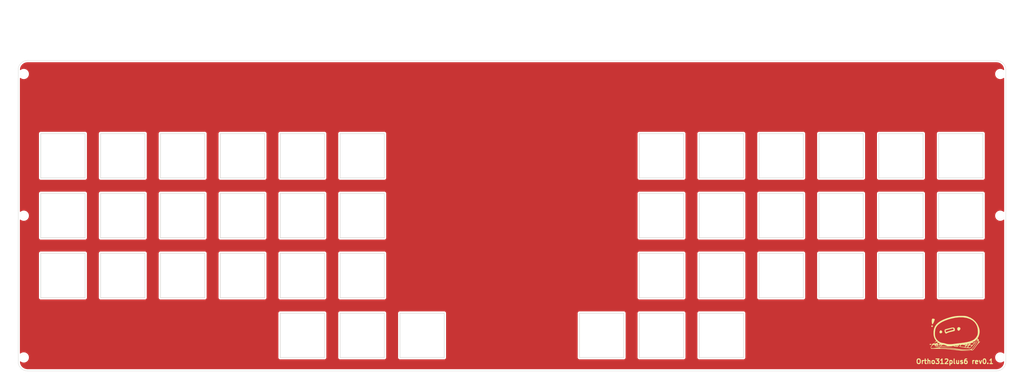
<source format=kicad_pcb>
(kicad_pcb (version 20171130) (host pcbnew "(5.1.10)-1")
  (layers (0 F.Cu signal hide) (31 B.Cu signal) (34 B.Paste user) (35 F.Paste user) (36 B.SilkS user) (37 F.SilkS user) (38 B.Mask user) (39 F.Mask user) (44 Edge.Cuts user))
  (net 0 "")
  (module logos:kuzumotchi_logo_mask_mini (layer F.Cu) (at 312.37 102.82)
    (fp_text reference G*** hide)
    (fp_text value LOGO hide)
    (fp_poly (pts (xy 1.521353 -0.646001) (xy 1.532622 -0.640095) (xy 1.737791 -0.447756) (xy 1.784878 -0.196902) (xy 1.671858 0.078449) (xy 1.581844 0.187332) (xy 1.35322 0.389026) (xy 1.174424 0.441774) (xy 1.004507 0.353718) (xy 0.959115 0.311156) (xy 0.792054 0.051334) (xy 0.759723 -0.218833) (xy 0.839306 -0.461498) (xy 1.007985 -0.638813) (xy 1.24294 -0.712929) (xy 1.521353 -0.646001)) (layer F.SilkS) (width 0.01))
    (fp_poly (pts (xy -4.330646 0.340891) (xy -4.173716 0.502611) (xy -4.042173 0.690512) (xy -3.991429 0.830894) (xy -4.06989 1.040724) (xy -4.261998 1.191562) (xy -4.502841 1.256553) (xy -4.727507 1.208844) (xy -4.789715 1.161143) (xy -4.890942 0.944344) (xy -4.850326 0.681596) (xy -4.71361 0.470676) (xy -4.559901 0.32883) (xy -4.457279 0.272143) (xy -4.330646 0.340891)) (layer F.SilkS) (width 0.01))
    (fp_poly (pts (xy -0.370157 -0.573941) (xy -0.137181 -0.414856) (xy -0.016018 -0.117219) (xy 0 0.08536) (xy -0.016046 0.323078) (xy -0.055935 0.47053) (xy -0.069525 0.485833) (xy -0.180857 0.521614) (xy -0.431664 0.586815) (xy -0.784202 0.672011) (xy -1.180775 0.763293) (xy -1.618512 0.872439) (xy -2.012153 0.989835) (xy -2.315025 1.100401) (xy -2.468292 1.17925) (xy -2.700564 1.324694) (xy -2.861351 1.330819) (xy -3.006721 1.187322) (xy -3.08528 1.065893) (xy -3.214148 0.765464) (xy -3.263476 0.453534) (xy -3.246446 0.308432) (xy -2.969385 0.308432) (xy -2.961443 0.402057) (xy -2.907007 0.582353) (xy -2.833899 0.77219) (xy -2.769945 0.89444) (xy -2.753407 0.907143) (xy -2.652049 0.87004) (xy -2.46746 0.781514) (xy -2.276392 0.704527) (xy -1.960583 0.599091) (xy -1.571076 0.481657) (xy -1.315358 0.410147) (xy -0.937129 0.306111) (xy -0.631039 0.218934) (xy -0.434928 0.159574) (xy -0.382998 0.140143) (xy -0.392829 0.048246) (xy -0.44672 -0.11805) (xy -0.535659 -0.351977) (xy -1.740019 -0.034275) (xy -2.179639 0.08296) (xy -2.551108 0.184426) (xy -2.821811 0.261029) (xy -2.959132 0.303678) (xy -2.969385 0.308432) (xy -3.246446 0.308432) (xy -3.232109 0.18628) (xy -3.118888 0.01988) (xy -3.106965 0.012979) (xy -2.954147 -0.042379) (xy -2.667338 -0.125584) (xy -2.289809 -0.22583) (xy -1.864833 -0.332312) (xy -1.435682 -0.434225) (xy -1.045627 -0.520763) (xy -0.737941 -0.581121) (xy -0.706497 -0.58644) (xy -0.370157 -0.573941)) (layer F.SilkS) (width 0.01))
    (fp_poly (pts (xy -6.821351 -3.393974) (xy -6.582929 -3.338452) (xy -6.427173 -3.278338) (xy -6.413641 -3.268459) (xy -6.40635 -3.154564) (xy -6.461226 -2.924926) (xy -6.560697 -2.626771) (xy -6.687192 -2.307321) (xy -6.823139 -2.013802) (xy -6.950965 -1.793436) (xy -6.974142 -1.762129) (xy -7.148221 -1.540824) (xy -7.248039 -1.827163) (xy -7.31345 -2.124764) (xy -7.342838 -2.492909) (xy -7.336001 -2.861941) (xy -7.292737 -3.162203) (xy -7.252244 -3.27487) (xy -7.153921 -3.390577) (xy -6.993314 -3.416816) (xy -6.821351 -3.393974)) (layer F.SilkS) (width 0.01))
    (fp_poly (pts (xy -7.068482 -1.201282) (xy -7.005859 -1.039659) (xy -7.076674 -0.860631) (xy -7.227782 -0.737123) (xy -7.365889 -0.783389) (xy -7.42903 -0.850288) (xy -7.491228 -1.034429) (xy -7.418663 -1.19903) (xy -7.244591 -1.27) (xy -7.068482 -1.201282)) (layer F.SilkS) (width 0.01))
    (fp_poly (pts (xy -7.493252 4.667678) (xy -7.438572 4.7625) (xy -7.514758 4.8515) (xy -7.690191 4.899651) (xy -7.885181 4.896077) (xy -8.01063 4.840561) (xy -8.038194 4.733802) (xy -7.918201 4.654584) (xy -7.705361 4.626428) (xy -7.493252 4.667678)) (layer F.SilkS) (width 0.01))
    (fp_poly (pts (xy 2.514101 -4.295669) (xy 2.938412 -4.285454) (xy 3.265257 -4.262727) (xy 3.536603 -4.222819) (xy 3.794417 -4.161058) (xy 4.080667 -4.072776) (xy 4.134612 -4.054982) (xy 5.053197 -3.66324) (xy 5.867387 -3.137317) (xy 6.561706 -2.490431) (xy 7.120672 -1.735798) (xy 7.351122 -1.308515) (xy 7.60939 -0.722328) (xy 7.774923 -0.222644) (xy 7.863268 0.24961) (xy 7.889925 0.738837) (xy 7.854059 1.175989) (xy 7.75518 1.658991) (xy 7.611468 2.124311) (xy 7.441104 2.508419) (xy 7.337735 2.668335) (xy 7.218296 2.83549) (xy 7.176218 2.926546) (xy 7.178765 2.930313) (xy 7.421864 3.076885) (xy 7.544686 3.209588) (xy 7.593622 3.386235) (xy 7.600817 3.456291) (xy 7.636641 3.762555) (xy 7.690111 3.916342) (xy 7.780084 3.946599) (xy 7.890796 3.901434) (xy 8.023881 3.840049) (xy 8.055115 3.858056) (xy 7.976507 3.967536) (xy 7.780068 4.18057) (xy 7.551106 4.415064) (xy 7.259789 4.736681) (xy 6.928759 5.143156) (xy 6.613637 5.564986) (xy 6.502347 5.725644) (xy 6.256379 6.068326) (xy 6.018085 6.361243) (xy 5.821026 6.564977) (xy 5.732133 6.630315) (xy 5.568095 6.668394) (xy 5.256486 6.702384) (xy 4.831137 6.731344) (xy 4.325877 6.754336) (xy 3.774537 6.770418) (xy 3.210947 6.77865) (xy 2.668938 6.778094) (xy 2.182339 6.767808) (xy 1.784982 6.746853) (xy 1.723571 6.741697) (xy 1.521748 6.720941) (xy 1.169503 6.682063) (xy 0.696565 6.628454) (xy 0.132659 6.56351) (xy -0.492486 6.49062) (xy -0.997858 6.431101) (xy -1.810587 6.338069) (xy -2.494661 6.268425) (xy -3.100911 6.219072) (xy -3.680168 6.186914) (xy -4.28326 6.168853) (xy -4.96102 6.161794) (xy -5.422792 6.161548) (xy -7.534511 6.16564) (xy -7.636152 5.942563) (xy -7.675542 5.809054) (xy -7.62 5.809054) (xy -7.535156 5.916726) (xy -7.289273 5.97283) (xy -6.895323 5.977136) (xy -6.707276 5.960174) (xy -5.386218 5.960174) (xy -5.261429 5.972819) (xy -5.132648 5.958563) (xy -5.148036 5.927064) (xy -5.33376 5.915083) (xy -5.374822 5.927064) (xy -5.386218 5.960174) (xy -6.707276 5.960174) (xy -6.366281 5.929416) (xy -6.058349 5.882944) (xy -4.770834 5.882944) (xy -4.644209 5.939031) (xy -4.360961 5.97478) (xy -3.951343 5.987143) (xy -3.647154 5.998496) (xy -3.198519 6.030377) (xy -2.640849 6.079514) (xy -2.00956 6.142637) (xy -1.340065 6.216474) (xy -0.895089 6.269412) (xy -0.140174 6.355515) (xy 0.673675 6.437172) (xy 1.491838 6.50966) (xy 2.259692 6.568256) (xy 2.922616 6.60824) (xy 3.129642 6.617344) (xy 3.683199 6.638804) (xy 4.184794 6.658946) (xy 4.602092 6.676418) (xy 4.90276 6.689864) (xy 5.054463 6.697931) (xy 5.054474 6.697931) (xy 5.202725 6.671181) (xy 5.210357 6.594606) (xy 5.153281 6.552323) (xy 5.00596 6.520355) (xy 4.749158 6.497432) (xy 4.363636 6.482288) (xy 3.830157 6.473653) (xy 3.330882 6.470716) (xy 2.638542 6.465259) (xy 2.071078 6.450561) (xy 1.571997 6.421994) (xy 1.084806 6.374927) (xy 0.553011 6.304734) (xy -0.079882 6.206785) (xy -0.272143 6.175517) (xy -0.888552 6.082714) (xy -1.530495 6.000376) (xy -2.174354 5.930037) (xy -2.796508 5.873234) (xy -3.373335 5.831503) (xy -3.881216 5.806381) (xy -4.29653 5.799403) (xy -4.595657 5.812106) (xy -4.754976 5.846025) (xy -4.770834 5.882944) (xy -6.058349 5.882944) (xy -5.783077 5.841401) (xy -5.067585 5.756757) (xy -4.210382 5.722164) (xy -3.24378 5.736364) (xy -2.20009 5.7981) (xy -1.111623 5.906116) (xy -0.010691 6.059153) (xy 0.045357 6.068168) (xy 0.732211 6.175134) (xy 1.301914 6.251379) (xy 1.815196 6.301876) (xy 2.332789 6.3316) (xy 2.915422 6.345525) (xy 3.469821 6.348632) (xy 4.161923 6.344161) (xy 4.673659 6.329462) (xy 5.005805 6.30449) (xy 5.159138 6.269204) (xy 5.170714 6.253932) (xy 5.221021 6.194366) (xy 5.245811 6.204276) (xy 5.347755 6.165223) (xy 5.529413 5.989646) (xy 5.775852 5.695804) (xy 6.072137 5.301957) (xy 6.403335 4.826367) (xy 6.536558 4.625998) (xy 6.763858 4.289027) (xy 6.964174 4.008761) (xy 7.111452 3.820737) (xy 7.169468 3.762764) (xy 7.229123 3.732527) (xy 7.244448 3.751644) (xy 7.204338 3.840016) (xy 7.097688 4.017544) (xy 6.913393 4.304131) (xy 6.640349 4.719679) (xy 6.609099 4.767027) (xy 6.338373 5.163554) (xy 6.066641 5.538383) (xy 5.828419 5.845132) (xy 5.679706 6.015999) (xy 5.491942 6.234209) (xy 5.37344 6.419737) (xy 5.352142 6.490051) (xy 5.407382 6.566588) (xy 5.549493 6.531854) (xy 5.743065 6.408604) (xy 5.952689 6.219594) (xy 6.142952 5.987581) (xy 6.149882 5.977398) (xy 6.312505 5.743293) (xy 6.545172 5.417018) (xy 6.809632 5.051969) (xy 6.94872 4.862236) (xy 7.205524 4.503713) (xy 7.365467 4.248784) (xy 7.446571 4.060623) (xy 7.466855 3.902402) (xy 7.459231 3.818927) (xy 7.402466 3.627411) (xy 7.321188 3.563307) (xy 7.314083 3.565318) (xy 7.152818 3.620265) (xy 6.985 3.673536) (xy 6.830274 3.715433) (xy 6.821316 3.678682) (xy 6.931023 3.549913) (xy 7.099429 3.407601) (xy 7.231198 3.356428) (xy 7.313774 3.308593) (xy 7.3025 3.265714) (xy 7.157834 3.17608) (xy 6.948337 3.230001) (xy 6.704983 3.416962) (xy 6.634311 3.4925) (xy 6.453257 3.681332) (xy 6.314799 3.795032) (xy 6.278255 3.81) (xy 6.154665 3.846762) (xy 5.938373 3.938802) (xy 5.853887 3.978822) (xy 5.506807 4.147645) (xy 5.859687 4.213845) (xy 6.095571 4.242231) (xy 6.254056 4.193002) (xy 6.416998 4.034471) (xy 6.462713 3.980414) (xy 6.611432 3.826593) (xy 6.701024 3.780859) (xy 6.712857 3.804084) (xy 6.647879 3.960359) (xy 6.458612 4.229661) (xy 6.153557 4.601391) (xy 5.741215 5.064951) (xy 5.451315 5.376953) (xy 5.175674 5.665244) (xy 4.984166 5.843523) (xy 4.837899 5.935122) (xy 4.69798 5.963375) (xy 4.525517 5.951613) (xy 4.498815 5.948379) (xy 4.274795 5.921335) (xy 3.914572 5.878393) (xy 3.46214 5.824774) (xy 2.961492 5.765702) (xy 2.789464 5.745462) (xy 2.247006 5.675097) (xy 1.831983 5.607388) (xy 1.561533 5.545639) (xy 1.452796 5.493154) (xy 1.451428 5.48749) (xy 1.470987 5.431139) (xy 1.628846 5.431139) (xy 2.061744 5.48812) (xy 2.347893 5.528016) (xy 2.571361 5.563072) (xy 2.630714 5.57417) (xy 2.990542 5.614465) (xy 3.066645 5.596267) (xy 3.447142 5.596267) (xy 3.515898 5.69923) (xy 3.681682 5.721493) (xy 3.756826 5.703078) (xy 4.178172 5.703078) (xy 4.379621 5.742042) (xy 4.676815 5.782416) (xy 4.874216 5.745269) (xy 5.044726 5.608704) (xy 5.124222 5.518376) (xy 5.265726 5.325039) (xy 5.275523 5.20232) (xy 5.136796 5.116846) (xy 4.887211 5.047997) (xy 4.724027 5.035252) (xy 4.591402 5.112615) (xy 4.435943 5.31383) (xy 4.413619 5.347294) (xy 4.178172 5.703078) (xy 3.756826 5.703078) (xy 3.883774 5.671968) (xy 4.061453 5.559571) (xy 4.112346 5.498609) (xy 4.197443 5.348303) (xy 4.162686 5.275553) (xy 3.979458 5.227292) (xy 3.964414 5.224276) (xy 3.68785 5.237413) (xy 3.503597 5.383268) (xy 3.447142 5.596267) (xy 3.066645 5.596267) (xy 3.223186 5.558835) (xy 3.300549 5.465536) (xy 3.375105 5.273469) (xy 3.405506 5.205084) (xy 3.357969 5.125874) (xy 3.176402 5.042444) (xy 2.907364 4.967995) (xy 2.896903 4.966231) (xy 3.716784 4.966231) (xy 3.801106 5.056641) (xy 3.96875 5.10574) (xy 4.173802 5.138148) (xy 4.280896 5.157122) (xy 4.380048 5.107156) (xy 4.397522 5.083431) (xy 4.356514 5.012499) (xy 4.204556 4.935672) (xy 4.009712 4.876548) (xy 3.840049 4.858723) (xy 3.787321 4.871885) (xy 3.716784 4.966231) (xy 2.896903 4.966231) (xy 2.597414 4.915731) (xy 2.324578 4.898571) (xy 2.060561 4.941365) (xy 1.866398 5.101336) (xy 1.818457 5.164855) (xy 1.628846 5.431139) (xy 1.470987 5.431139) (xy 1.501979 5.341849) (xy 1.584614 5.210731) (xy 1.703366 5.016812) (xy 1.67759 4.923172) (xy 1.501027 4.912623) (xy 1.476994 4.915224) (xy 1.28236 4.984374) (xy 1.168637 5.168194) (xy 1.146371 5.23875) (xy 1.096037 5.38741) (xy 1.023787 5.479577) (xy 0.894162 5.523296) (xy 0.6717 5.526614) (xy 0.320941 5.49758) (xy 0.104021 5.475291) (xy -0.220821 5.429289) (xy -0.396605 5.369167) (xy -0.455685 5.283144) (xy -0.456457 5.271184) (xy -0.463097 5.225777) (xy -0.272143 5.225777) (xy -0.198068 5.257488) (xy -0.136072 5.261428) (xy -0.07494 5.237392) (xy 0.123902 5.237392) (xy 0.153656 5.294133) (xy 0.297874 5.353095) (xy 0.423927 5.298879) (xy 0.442719 5.246383) (xy 0.563965 5.246383) (xy 0.59338 5.334341) (xy 0.731183 5.337097) (xy 0.910257 5.266141) (xy 0.978177 5.185759) (xy 0.948762 5.097801) (xy 0.810959 5.095045) (xy 0.631884 5.166002) (xy 0.563965 5.246383) (xy 0.442719 5.246383) (xy 0.453571 5.216071) (xy 0.383701 5.095743) (xy 0.322853 5.08) (xy 0.174372 5.130219) (xy 0.123902 5.237392) (xy -0.07494 5.237392) (xy -0.01533 5.213955) (xy 0 5.173561) (xy -0.066495 5.123649) (xy -0.136072 5.137909) (xy -0.255431 5.202297) (xy -0.272143 5.225777) (xy -0.463097 5.225777) (xy -0.470835 5.172874) (xy -0.534577 5.224574) (xy -0.56985 5.269731) (xy -0.634789 5.32123) (xy -0.756441 5.360924) (xy -0.95863 5.391114) (xy -1.265178 5.414098) (xy -1.699907 5.432177) (xy -2.286639 5.447651) (xy -2.449286 5.45116) (xy -3.411235 5.468696) (xy -4.206292 5.477086) (xy -4.84878 5.475999) (xy -5.353023 5.465102) (xy -5.733343 5.444065) (xy -6.004063 5.412554) (xy -6.179505 5.370239) (xy -6.194901 5.364394) (xy -6.364898 5.2749) (xy -6.389931 5.170607) (xy -6.350459 5.080857) (xy -6.34436 5.065426) (xy -6.118204 5.065426) (xy -6.060767 5.186702) (xy -5.876942 5.254267) (xy -5.788674 5.190238) (xy -5.772434 5.165937) (xy -5.566695 5.165937) (xy -5.514908 5.277348) (xy -5.294294 5.337445) (xy -5.027778 5.350754) (xy -4.993549 5.346409) (xy -4.490358 5.346409) (xy -3.409346 5.349276) (xy -2.995114 5.347472) (xy -2.660739 5.340449) (xy -2.439776 5.329319) (xy -2.365784 5.315189) (xy -2.366131 5.314783) (xy -2.464935 5.264925) (xy -2.581796 5.216071) (xy -0.816429 5.216071) (xy -0.771072 5.261428) (xy -0.725715 5.216071) (xy -0.771072 5.170714) (xy -0.816429 5.216071) (xy -2.581796 5.216071) (xy -2.682017 5.174174) (xy -2.902858 5.088043) (xy -3.38284 4.940146) (xy -3.757213 4.909901) (xy -4.059202 4.998166) (xy -4.235835 5.12249) (xy -4.490358 5.346409) (xy -4.993549 5.346409) (xy -4.716613 5.311256) (xy -4.487199 5.167919) (xy -4.445 5.125357) (xy -4.231946 4.898571) (xy -4.505842 4.898571) (xy -4.780962 4.964218) (xy -4.944432 5.080556) (xy -5.079058 5.198942) (xy -5.154483 5.217184) (xy -5.134986 5.125808) (xy -5.035147 4.989842) (xy -4.926378 4.858184) (xy -4.94947 4.812871) (xy -5.065941 4.807857) (xy -5.271361 4.869816) (xy -5.453565 4.999993) (xy -5.566695 5.165937) (xy -5.772434 5.165937) (xy -5.715 5.08) (xy -5.666767 4.945307) (xy -5.752865 4.901318) (xy -5.838175 4.898571) (xy -6.041892 4.949984) (xy -6.118204 5.065426) (xy -6.34436 5.065426) (xy -6.304498 4.964582) (xy -6.358611 4.912289) (xy -6.549279 4.898822) (xy -6.614796 4.898571) (xy -6.83523 4.914745) (xy -6.999477 4.987547) (xy -7.166636 5.153397) (xy -7.298345 5.31983) (xy -7.471706 5.557663) (xy -7.588486 5.738528) (xy -7.62 5.809054) (xy -7.675542 5.809054) (xy -7.682625 5.785049) (xy -7.64999 5.625407) (xy -7.522024 5.402172) (xy -7.47492 5.331707) (xy -7.322291 5.072662) (xy -7.227387 4.846352) (xy -7.212169 4.763869) (xy 3.048942 4.763869) (xy 3.129642 4.807857) (xy 3.372089 4.880245) (xy 3.556546 4.879726) (xy 3.585886 4.850449) (xy 4.826133 4.850449) (xy 4.932678 4.89619) (xy 5.011964 4.89996) (xy 5.239337 4.938492) (xy 5.351875 4.987201) (xy 5.475387 5.00374) (xy 5.647786 4.90312) (xy 5.833058 4.736347) (xy 6.178437 4.399643) (xy 5.697254 4.335312) (xy 5.409761 4.305195) (xy 5.235046 4.324292) (xy 5.107262 4.410048) (xy 5.012414 4.51674) (xy 4.852701 4.73246) (xy 4.826133 4.850449) (xy 3.585886 4.850449) (xy 3.628571 4.807857) (xy 3.548537 4.751068) (xy 3.350054 4.723866) (xy 3.288392 4.723519) (xy 3.086622 4.734803) (xy 3.048942 4.763869) (xy -7.212169 4.763869) (xy -7.211916 4.7625) (xy -7.142527 4.605427) (xy -6.985 4.550122) (xy -6.73282 4.465652) (xy -6.57835 4.368693) (xy -6.455575 4.26971) (xy -6.459102 4.294456) (xy -6.532992 4.391964) (xy -6.601313 4.493062) (xy -6.57741 4.535765) (xy -6.429489 4.531565) (xy -6.35824 4.522469) (xy -5.578168 4.522469) (xy -5.465325 4.632015) (xy -5.273877 4.705501) (xy -5.159607 4.717143) (xy -4.965428 4.68587) (xy -4.90012 4.571246) (xy -4.898572 4.535714) (xy -4.936214 4.408262) (xy -5.081105 4.358786) (xy -5.200953 4.354286) (xy -5.424829 4.370657) (xy -5.558938 4.410423) (xy -5.563023 4.413975) (xy -5.578168 4.522469) (xy -6.35824 4.522469) (xy -6.220559 4.504892) (xy -5.883236 4.424029) (xy -5.615552 4.295351) (xy -5.52228 4.203095) (xy -5.231191 4.203095) (xy -5.218739 4.257025) (xy -5.170715 4.263571) (xy -5.096047 4.23038) (xy -5.110239 4.203095) (xy -5.217895 4.192238) (xy -5.231191 4.203095) (xy -5.52228 4.203095) (xy -5.462451 4.143919) (xy -5.442858 4.071275) (xy -5.513468 3.976711) (xy -5.635167 3.894891) (xy -5.797149 3.844901) (xy -5.965541 3.901975) (xy -6.09587 3.990401) (xy -6.281206 4.108383) (xy -6.398732 4.148202) (xy -6.40962 4.143476) (xy -6.37458 4.066988) (xy -6.230954 3.933854) (xy -6.181071 3.895611) (xy -5.907165 3.693104) (xy -6.125861 3.406379) (xy -6.4842 2.803991) (xy -6.702178 2.112057) (xy -6.779305 1.504216) (xy -6.777805 1.352814) (xy -6.340509 1.352814) (xy -6.310357 1.936782) (xy -6.229395 2.364154) (xy -5.994135 2.896284) (xy -5.62856 3.386178) (xy -5.169413 3.803072) (xy -4.65344 4.116207) (xy -4.117387 4.294819) (xy -3.890014 4.322595) (xy -3.499746 4.373426) (xy -3.097019 4.471734) (xy -2.935737 4.528276) (xy -2.515445 4.640974) (xy -1.96358 4.701913) (xy -1.322916 4.709522) (xy -0.649255 4.66313) (xy 3.937706 4.66313) (xy 4.042807 4.726415) (xy 4.274682 4.787043) (xy 4.486411 4.796387) (xy 4.613623 4.754675) (xy 4.626428 4.72435) (xy 4.548447 4.645888) (xy 4.365407 4.585685) (xy 4.153658 4.559537) (xy 3.989552 4.583238) (xy 3.976984 4.589998) (xy 3.937706 4.66313) (xy -0.649255 4.66313) (xy -0.636229 4.662233) (xy -0.331824 4.623817) (xy -0.031511 4.583363) (xy 0.404041 4.528589) (xy 0.512627 4.51545) (xy 4.541419 4.51545) (xy 4.623124 4.534018) (xy 4.643753 4.534325) (xy 4.807775 4.4881) (xy 4.853214 4.445) (xy 4.860534 4.364865) (xy 4.752365 4.378184) (xy 4.626428 4.445) (xy 4.541419 4.51545) (xy 0.512627 4.51545) (xy 0.929727 4.464981) (xy 1.500443 4.398023) (xy 1.905513 4.351765) (xy 3.004439 4.208998) (xy 3.939074 4.043638) (xy 4.725887 3.848652) (xy 5.381347 3.617007) (xy 5.921924 3.34167) (xy 6.364085 3.015608) (xy 6.724302 2.631787) (xy 7.019042 2.183175) (xy 7.02992 2.163386) (xy 7.166095 1.886587) (xy 7.251719 1.62301) (xy 7.301549 1.30872) (xy 7.330346 0.879785) (xy 7.331343 0.857696) (xy 7.292733 -0.065753) (xy 7.095121 -0.906163) (xy 6.744379 -1.656202) (xy 6.246381 -2.308538) (xy 5.607003 -2.855839) (xy 4.832117 -3.290774) (xy 3.927598 -3.606011) (xy 3.713179 -3.658257) (xy 2.597499 -3.824578) (xy 1.398916 -3.836712) (xy 0.114311 -3.69439) (xy -1.259438 -3.397343) (xy -2.086429 -3.157788) (xy -3.153389 -2.774227) (xy -4.071908 -2.34308) (xy -4.8354 -1.868905) (xy -5.437278 -1.356261) (xy -5.870956 -0.809709) (xy -6.076038 -0.39595) (xy -6.219679 0.120396) (xy -6.30906 0.725334) (xy -6.340509 1.352814) (xy -6.777805 1.352814) (xy -6.770557 0.621503) (xy -6.627633 -0.173648) (xy -6.344521 -0.888171) (xy -5.915207 -1.529005) (xy -5.333675 -2.103084) (xy -4.593914 -2.617345) (xy -3.689908 -3.078723) (xy -2.615644 -3.494157) (xy -2.377075 -3.573232) (xy -1.488582 -3.844342) (xy -0.707389 -4.042847) (xy 0.021169 -4.177902) (xy 0.751755 -4.258664) (xy 1.53903 -4.294288) (xy 1.950357 -4.298043) (xy 2.514101 -4.295669)) (layer F.SilkS) (width 0.01))
  )
  (module kbd_SW_Hole:SW_Hole_1 (layer F.Cu) (at 276.175 85.675)
    (fp_text reference SW36 hide)
    (fp_text value KEY_SWITCH hide)
    (fp_line (start -7.05 7.05) (end -7.05 -7.05) (layer Edge.Cuts) (width 0.15))
    (fp_line (start 7.05 7.05) (end -7.05 7.05) (layer Edge.Cuts) (width 0.15))
    (fp_line (start 7.05 -7.05) (end 7.05 7.05) (layer Edge.Cuts) (width 0.15))
    (fp_line (start -7.05 -7.05) (end 7.05 -7.05) (layer Edge.Cuts) (width 0.15))
  )
  (module kbd_SW_Hole:SW_Hole_1 (layer F.Cu) (at 314.275 85.675)
    (fp_text reference SW42 hide)
    (fp_text value KEY_SWITCH hide)
    (fp_line (start -7.05 7.05) (end -7.05 -7.05) (layer Edge.Cuts) (width 0.15))
    (fp_line (start 7.05 7.05) (end -7.05 7.05) (layer Edge.Cuts) (width 0.15))
    (fp_line (start 7.05 -7.05) (end 7.05 7.05) (layer Edge.Cuts) (width 0.15))
    (fp_line (start -7.05 -7.05) (end 7.05 -7.05) (layer Edge.Cuts) (width 0.15))
  )
  (module kbd_SW_Hole:SW_Hole_1 (layer F.Cu) (at 295.225 85.675)
    (fp_text reference SW39 hide)
    (fp_text value KEY_SWITCH hide)
    (fp_line (start -7.05 7.05) (end -7.05 -7.05) (layer Edge.Cuts) (width 0.15))
    (fp_line (start 7.05 7.05) (end -7.05 7.05) (layer Edge.Cuts) (width 0.15))
    (fp_line (start 7.05 -7.05) (end 7.05 7.05) (layer Edge.Cuts) (width 0.15))
    (fp_line (start -7.05 -7.05) (end 7.05 -7.05) (layer Edge.Cuts) (width 0.15))
  )
  (module kbd_SW_Hole:SW_Hole_1 (layer F.Cu) (at 276.175 66.625)
    (fp_text reference SW35 hide)
    (fp_text value KEY_SWITCH hide)
    (fp_line (start -7.05 7.05) (end -7.05 -7.05) (layer Edge.Cuts) (width 0.15))
    (fp_line (start 7.05 7.05) (end -7.05 7.05) (layer Edge.Cuts) (width 0.15))
    (fp_line (start 7.05 -7.05) (end 7.05 7.05) (layer Edge.Cuts) (width 0.15))
    (fp_line (start -7.05 -7.05) (end 7.05 -7.05) (layer Edge.Cuts) (width 0.15))
  )
  (module kbd_SW_Hole:SW_Hole_1 (layer F.Cu) (at 314.275 66.625)
    (fp_text reference SW41 hide)
    (fp_text value KEY_SWITCH hide)
    (fp_line (start -7.05 7.05) (end -7.05 -7.05) (layer Edge.Cuts) (width 0.15))
    (fp_line (start 7.05 7.05) (end -7.05 7.05) (layer Edge.Cuts) (width 0.15))
    (fp_line (start 7.05 -7.05) (end 7.05 7.05) (layer Edge.Cuts) (width 0.15))
    (fp_line (start -7.05 -7.05) (end 7.05 -7.05) (layer Edge.Cuts) (width 0.15))
  )
  (module kbd_SW_Hole:SW_Hole_1 (layer F.Cu) (at 295.225 66.625)
    (fp_text reference SW38 hide)
    (fp_text value KEY_SWITCH hide)
    (fp_line (start -7.05 7.05) (end -7.05 -7.05) (layer Edge.Cuts) (width 0.15))
    (fp_line (start 7.05 7.05) (end -7.05 7.05) (layer Edge.Cuts) (width 0.15))
    (fp_line (start 7.05 -7.05) (end 7.05 7.05) (layer Edge.Cuts) (width 0.15))
    (fp_line (start -7.05 -7.05) (end 7.05 -7.05) (layer Edge.Cuts) (width 0.15))
  )
  (module kbd_SW_Hole:SW_Hole_1 (layer F.Cu) (at 276.175 47.575)
    (fp_text reference SW34 hide)
    (fp_text value KEY_SWITCH hide)
    (fp_line (start -7.05 7.05) (end -7.05 -7.05) (layer Edge.Cuts) (width 0.15))
    (fp_line (start 7.05 7.05) (end -7.05 7.05) (layer Edge.Cuts) (width 0.15))
    (fp_line (start 7.05 -7.05) (end 7.05 7.05) (layer Edge.Cuts) (width 0.15))
    (fp_line (start -7.05 -7.05) (end 7.05 -7.05) (layer Edge.Cuts) (width 0.15))
  )
  (module kbd_SW_Hole:SW_Hole_1 (layer F.Cu) (at 314.275 47.575)
    (fp_text reference SW40 hide)
    (fp_text value KEY_SWITCH hide)
    (fp_line (start -7.05 7.05) (end -7.05 -7.05) (layer Edge.Cuts) (width 0.15))
    (fp_line (start 7.05 7.05) (end -7.05 7.05) (layer Edge.Cuts) (width 0.15))
    (fp_line (start 7.05 -7.05) (end 7.05 7.05) (layer Edge.Cuts) (width 0.15))
    (fp_line (start -7.05 -7.05) (end 7.05 -7.05) (layer Edge.Cuts) (width 0.15))
  )
  (module kbd_SW_Hole:SW_Hole_1 (layer F.Cu) (at 295.225 47.575)
    (fp_text reference SW37 hide)
    (fp_text value KEY_SWITCH hide)
    (fp_line (start -7.05 7.05) (end -7.05 -7.05) (layer Edge.Cuts) (width 0.15))
    (fp_line (start 7.05 7.05) (end -7.05 7.05) (layer Edge.Cuts) (width 0.15))
    (fp_line (start 7.05 -7.05) (end 7.05 7.05) (layer Edge.Cuts) (width 0.15))
    (fp_line (start -7.05 -7.05) (end 7.05 -7.05) (layer Edge.Cuts) (width 0.15))
  )
  (module kbd_SW_Hole:SW_Hole_1 (layer F.Cu) (at 219.025 47.575)
    (fp_text reference SW23 hide)
    (fp_text value KEY_SWITCH hide)
    (fp_line (start -7.05 7.05) (end -7.05 -7.05) (layer Edge.Cuts) (width 0.15))
    (fp_line (start 7.05 7.05) (end -7.05 7.05) (layer Edge.Cuts) (width 0.15))
    (fp_line (start 7.05 -7.05) (end 7.05 7.05) (layer Edge.Cuts) (width 0.15))
    (fp_line (start -7.05 -7.05) (end 7.05 -7.05) (layer Edge.Cuts) (width 0.15))
  )
  (module kbd_SW_Hole:SW_Hole_1 (layer F.Cu) (at 257.125 47.575)
    (fp_text reference SW31 hide)
    (fp_text value KEY_SWITCH hide)
    (fp_line (start -7.05 7.05) (end -7.05 -7.05) (layer Edge.Cuts) (width 0.15))
    (fp_line (start 7.05 7.05) (end -7.05 7.05) (layer Edge.Cuts) (width 0.15))
    (fp_line (start 7.05 -7.05) (end 7.05 7.05) (layer Edge.Cuts) (width 0.15))
    (fp_line (start -7.05 -7.05) (end 7.05 -7.05) (layer Edge.Cuts) (width 0.15))
  )
  (module kbd_SW_Hole:SW_Hole_1 (layer F.Cu) (at 238.075 47.575)
    (fp_text reference SW27 hide)
    (fp_text value KEY_SWITCH hide)
    (fp_line (start -7.05 7.05) (end -7.05 -7.05) (layer Edge.Cuts) (width 0.15))
    (fp_line (start 7.05 7.05) (end -7.05 7.05) (layer Edge.Cuts) (width 0.15))
    (fp_line (start 7.05 -7.05) (end 7.05 7.05) (layer Edge.Cuts) (width 0.15))
    (fp_line (start -7.05 -7.05) (end 7.05 -7.05) (layer Edge.Cuts) (width 0.15))
  )
  (module kbd_SW_Hole:SW_Hole_1 (layer F.Cu) (at 219.025 66.625)
    (fp_text reference SW24 hide)
    (fp_text value KEY_SWITCH hide)
    (fp_line (start -7.05 7.05) (end -7.05 -7.05) (layer Edge.Cuts) (width 0.15))
    (fp_line (start 7.05 7.05) (end -7.05 7.05) (layer Edge.Cuts) (width 0.15))
    (fp_line (start 7.05 -7.05) (end 7.05 7.05) (layer Edge.Cuts) (width 0.15))
    (fp_line (start -7.05 -7.05) (end 7.05 -7.05) (layer Edge.Cuts) (width 0.15))
  )
  (module kbd_SW_Hole:SW_Hole_1 (layer F.Cu) (at 257.125 66.625)
    (fp_text reference SW32 hide)
    (fp_text value KEY_SWITCH hide)
    (fp_line (start -7.05 7.05) (end -7.05 -7.05) (layer Edge.Cuts) (width 0.15))
    (fp_line (start 7.05 7.05) (end -7.05 7.05) (layer Edge.Cuts) (width 0.15))
    (fp_line (start 7.05 -7.05) (end 7.05 7.05) (layer Edge.Cuts) (width 0.15))
    (fp_line (start -7.05 -7.05) (end 7.05 -7.05) (layer Edge.Cuts) (width 0.15))
  )
  (module kbd_SW_Hole:SW_Hole_1 (layer F.Cu) (at 238.075 66.625)
    (fp_text reference SW28 hide)
    (fp_text value KEY_SWITCH hide)
    (fp_line (start -7.05 7.05) (end -7.05 -7.05) (layer Edge.Cuts) (width 0.15))
    (fp_line (start 7.05 7.05) (end -7.05 7.05) (layer Edge.Cuts) (width 0.15))
    (fp_line (start 7.05 -7.05) (end 7.05 7.05) (layer Edge.Cuts) (width 0.15))
    (fp_line (start -7.05 -7.05) (end 7.05 -7.05) (layer Edge.Cuts) (width 0.15))
  )
  (module kbd_SW_Hole:SW_Hole_1 (layer F.Cu) (at 219.025 85.675)
    (fp_text reference SW25 hide)
    (fp_text value KEY_SWITCH hide)
    (fp_line (start -7.05 7.05) (end -7.05 -7.05) (layer Edge.Cuts) (width 0.15))
    (fp_line (start 7.05 7.05) (end -7.05 7.05) (layer Edge.Cuts) (width 0.15))
    (fp_line (start 7.05 -7.05) (end 7.05 7.05) (layer Edge.Cuts) (width 0.15))
    (fp_line (start -7.05 -7.05) (end 7.05 -7.05) (layer Edge.Cuts) (width 0.15))
  )
  (module kbd_SW_Hole:SW_Hole_1 (layer F.Cu) (at 257.125 85.675)
    (fp_text reference SW33 hide)
    (fp_text value KEY_SWITCH hide)
    (fp_line (start -7.05 7.05) (end -7.05 -7.05) (layer Edge.Cuts) (width 0.15))
    (fp_line (start 7.05 7.05) (end -7.05 7.05) (layer Edge.Cuts) (width 0.15))
    (fp_line (start 7.05 -7.05) (end 7.05 7.05) (layer Edge.Cuts) (width 0.15))
    (fp_line (start -7.05 -7.05) (end 7.05 -7.05) (layer Edge.Cuts) (width 0.15))
  )
  (module kbd_SW_Hole:SW_Hole_1 (layer F.Cu) (at 238.075 85.675)
    (fp_text reference SW29 hide)
    (fp_text value KEY_SWITCH hide)
    (fp_line (start -7.05 7.05) (end -7.05 -7.05) (layer Edge.Cuts) (width 0.15))
    (fp_line (start 7.05 7.05) (end -7.05 7.05) (layer Edge.Cuts) (width 0.15))
    (fp_line (start 7.05 -7.05) (end 7.05 7.05) (layer Edge.Cuts) (width 0.15))
    (fp_line (start -7.05 -7.05) (end 7.05 -7.05) (layer Edge.Cuts) (width 0.15))
  )
  (module kbd_SW_Hole:SW_Hole_1 (layer F.Cu) (at 199.975 104.725)
    (fp_text reference SW22 hide)
    (fp_text value KEY_SWITCH hide)
    (fp_line (start -7.05 7.05) (end -7.05 -7.05) (layer Edge.Cuts) (width 0.15))
    (fp_line (start 7.05 7.05) (end -7.05 7.05) (layer Edge.Cuts) (width 0.15))
    (fp_line (start 7.05 -7.05) (end 7.05 7.05) (layer Edge.Cuts) (width 0.15))
    (fp_line (start -7.05 -7.05) (end 7.05 -7.05) (layer Edge.Cuts) (width 0.15))
  )
  (module kbd_SW_Hole:SW_Hole_1 (layer F.Cu) (at 238.075 104.725)
    (fp_text reference SW30 hide)
    (fp_text value KEY_SWITCH hide)
    (fp_line (start -7.05 7.05) (end -7.05 -7.05) (layer Edge.Cuts) (width 0.15))
    (fp_line (start 7.05 7.05) (end -7.05 7.05) (layer Edge.Cuts) (width 0.15))
    (fp_line (start 7.05 -7.05) (end 7.05 7.05) (layer Edge.Cuts) (width 0.15))
    (fp_line (start -7.05 -7.05) (end 7.05 -7.05) (layer Edge.Cuts) (width 0.15))
  )
  (module kbd_SW_Hole:SW_Hole_1 (layer F.Cu) (at 219.025 104.725)
    (fp_text reference SW26 hide)
    (fp_text value KEY_SWITCH hide)
    (fp_line (start -7.05 7.05) (end -7.05 -7.05) (layer Edge.Cuts) (width 0.15))
    (fp_line (start 7.05 7.05) (end -7.05 7.05) (layer Edge.Cuts) (width 0.15))
    (fp_line (start 7.05 -7.05) (end 7.05 7.05) (layer Edge.Cuts) (width 0.15))
    (fp_line (start -7.05 -7.05) (end 7.05 -7.05) (layer Edge.Cuts) (width 0.15))
  )
  (module kbd_SW_Hole:SW_Hole_1 (layer F.Cu) (at 104.725 104.725)
    (fp_text reference SW16 hide)
    (fp_text value KEY_SWITCH hide)
    (fp_line (start -7.05 7.05) (end -7.05 -7.05) (layer Edge.Cuts) (width 0.15))
    (fp_line (start 7.05 7.05) (end -7.05 7.05) (layer Edge.Cuts) (width 0.15))
    (fp_line (start 7.05 -7.05) (end 7.05 7.05) (layer Edge.Cuts) (width 0.15))
    (fp_line (start -7.05 -7.05) (end 7.05 -7.05) (layer Edge.Cuts) (width 0.15))
  )
  (module kbd_SW_Hole:SW_Hole_1 (layer F.Cu) (at 142.825 104.725)
    (fp_text reference SW21 hide)
    (fp_text value KEY_SWITCH hide)
    (fp_line (start -7.05 7.05) (end -7.05 -7.05) (layer Edge.Cuts) (width 0.15))
    (fp_line (start 7.05 7.05) (end -7.05 7.05) (layer Edge.Cuts) (width 0.15))
    (fp_line (start 7.05 -7.05) (end 7.05 7.05) (layer Edge.Cuts) (width 0.15))
    (fp_line (start -7.05 -7.05) (end 7.05 -7.05) (layer Edge.Cuts) (width 0.15))
  )
  (module kbd_SW_Hole:SW_Hole_1 (layer F.Cu) (at 123.775 104.725)
    (fp_text reference SW20 hide)
    (fp_text value KEY_SWITCH hide)
    (fp_line (start -7.05 7.05) (end -7.05 -7.05) (layer Edge.Cuts) (width 0.15))
    (fp_line (start 7.05 7.05) (end -7.05 7.05) (layer Edge.Cuts) (width 0.15))
    (fp_line (start 7.05 -7.05) (end 7.05 7.05) (layer Edge.Cuts) (width 0.15))
    (fp_line (start -7.05 -7.05) (end 7.05 -7.05) (layer Edge.Cuts) (width 0.15))
  )
  (module kbd_SW_Hole:SW_Hole_1 (layer F.Cu) (at 85.675 85.675)
    (fp_text reference SW12 hide)
    (fp_text value KEY_SWITCH hide)
    (fp_line (start -7.05 7.05) (end -7.05 -7.05) (layer Edge.Cuts) (width 0.15))
    (fp_line (start 7.05 7.05) (end -7.05 7.05) (layer Edge.Cuts) (width 0.15))
    (fp_line (start 7.05 -7.05) (end 7.05 7.05) (layer Edge.Cuts) (width 0.15))
    (fp_line (start -7.05 -7.05) (end 7.05 -7.05) (layer Edge.Cuts) (width 0.15))
  )
  (module kbd_SW_Hole:SW_Hole_1 (layer F.Cu) (at 123.775 85.675)
    (fp_text reference SW19 hide)
    (fp_text value KEY_SWITCH hide)
    (fp_line (start -7.05 7.05) (end -7.05 -7.05) (layer Edge.Cuts) (width 0.15))
    (fp_line (start 7.05 7.05) (end -7.05 7.05) (layer Edge.Cuts) (width 0.15))
    (fp_line (start 7.05 -7.05) (end 7.05 7.05) (layer Edge.Cuts) (width 0.15))
    (fp_line (start -7.05 -7.05) (end 7.05 -7.05) (layer Edge.Cuts) (width 0.15))
  )
  (module kbd_SW_Hole:SW_Hole_1 (layer F.Cu) (at 104.725 85.675)
    (fp_text reference SW15 hide)
    (fp_text value KEY_SWITCH hide)
    (fp_line (start -7.05 7.05) (end -7.05 -7.05) (layer Edge.Cuts) (width 0.15))
    (fp_line (start 7.05 7.05) (end -7.05 7.05) (layer Edge.Cuts) (width 0.15))
    (fp_line (start 7.05 -7.05) (end 7.05 7.05) (layer Edge.Cuts) (width 0.15))
    (fp_line (start -7.05 -7.05) (end 7.05 -7.05) (layer Edge.Cuts) (width 0.15))
  )
  (module kbd_SW_Hole:SW_Hole_1 (layer F.Cu) (at 28.525 85.675)
    (fp_text reference SW3 hide)
    (fp_text value KEY_SWITCH hide)
    (fp_line (start -7.05 7.05) (end -7.05 -7.05) (layer Edge.Cuts) (width 0.15))
    (fp_line (start 7.05 7.05) (end -7.05 7.05) (layer Edge.Cuts) (width 0.15))
    (fp_line (start 7.05 -7.05) (end 7.05 7.05) (layer Edge.Cuts) (width 0.15))
    (fp_line (start -7.05 -7.05) (end 7.05 -7.05) (layer Edge.Cuts) (width 0.15))
  )
  (module kbd_SW_Hole:SW_Hole_1 (layer F.Cu) (at 66.625 85.675)
    (fp_text reference SW9 hide)
    (fp_text value KEY_SWITCH hide)
    (fp_line (start -7.05 7.05) (end -7.05 -7.05) (layer Edge.Cuts) (width 0.15))
    (fp_line (start 7.05 7.05) (end -7.05 7.05) (layer Edge.Cuts) (width 0.15))
    (fp_line (start 7.05 -7.05) (end 7.05 7.05) (layer Edge.Cuts) (width 0.15))
    (fp_line (start -7.05 -7.05) (end 7.05 -7.05) (layer Edge.Cuts) (width 0.15))
  )
  (module kbd_SW_Hole:SW_Hole_1 (layer F.Cu) (at 47.575 85.675)
    (fp_text reference SW6 hide)
    (fp_text value KEY_SWITCH hide)
    (fp_line (start -7.05 7.05) (end -7.05 -7.05) (layer Edge.Cuts) (width 0.15))
    (fp_line (start 7.05 7.05) (end -7.05 7.05) (layer Edge.Cuts) (width 0.15))
    (fp_line (start 7.05 -7.05) (end 7.05 7.05) (layer Edge.Cuts) (width 0.15))
    (fp_line (start -7.05 -7.05) (end 7.05 -7.05) (layer Edge.Cuts) (width 0.15))
  )
  (module kbd_SW_Hole:SW_Hole_1 (layer F.Cu) (at 85.675 66.625)
    (fp_text reference SW11 hide)
    (fp_text value KEY_SWITCH hide)
    (fp_line (start -7.05 7.05) (end -7.05 -7.05) (layer Edge.Cuts) (width 0.15))
    (fp_line (start 7.05 7.05) (end -7.05 7.05) (layer Edge.Cuts) (width 0.15))
    (fp_line (start 7.05 -7.05) (end 7.05 7.05) (layer Edge.Cuts) (width 0.15))
    (fp_line (start -7.05 -7.05) (end 7.05 -7.05) (layer Edge.Cuts) (width 0.15))
  )
  (module kbd_SW_Hole:SW_Hole_1 (layer F.Cu) (at 123.775 66.625)
    (fp_text reference SW18 hide)
    (fp_text value KEY_SWITCH hide)
    (fp_line (start -7.05 7.05) (end -7.05 -7.05) (layer Edge.Cuts) (width 0.15))
    (fp_line (start 7.05 7.05) (end -7.05 7.05) (layer Edge.Cuts) (width 0.15))
    (fp_line (start 7.05 -7.05) (end 7.05 7.05) (layer Edge.Cuts) (width 0.15))
    (fp_line (start -7.05 -7.05) (end 7.05 -7.05) (layer Edge.Cuts) (width 0.15))
  )
  (module kbd_SW_Hole:SW_Hole_1 (layer F.Cu) (at 104.725 66.625)
    (fp_text reference SW14 hide)
    (fp_text value KEY_SWITCH hide)
    (fp_line (start -7.05 7.05) (end -7.05 -7.05) (layer Edge.Cuts) (width 0.15))
    (fp_line (start 7.05 7.05) (end -7.05 7.05) (layer Edge.Cuts) (width 0.15))
    (fp_line (start 7.05 -7.05) (end 7.05 7.05) (layer Edge.Cuts) (width 0.15))
    (fp_line (start -7.05 -7.05) (end 7.05 -7.05) (layer Edge.Cuts) (width 0.15))
  )
  (module kbd_SW_Hole:SW_Hole_1 (layer F.Cu) (at 28.525 66.625)
    (fp_text reference SW2 hide)
    (fp_text value KEY_SWITCH hide)
    (fp_line (start -7.05 7.05) (end -7.05 -7.05) (layer Edge.Cuts) (width 0.15))
    (fp_line (start 7.05 7.05) (end -7.05 7.05) (layer Edge.Cuts) (width 0.15))
    (fp_line (start 7.05 -7.05) (end 7.05 7.05) (layer Edge.Cuts) (width 0.15))
    (fp_line (start -7.05 -7.05) (end 7.05 -7.05) (layer Edge.Cuts) (width 0.15))
  )
  (module kbd_SW_Hole:SW_Hole_1 (layer F.Cu) (at 66.625 66.625)
    (fp_text reference SW8 hide)
    (fp_text value KEY_SWITCH hide)
    (fp_line (start -7.05 7.05) (end -7.05 -7.05) (layer Edge.Cuts) (width 0.15))
    (fp_line (start 7.05 7.05) (end -7.05 7.05) (layer Edge.Cuts) (width 0.15))
    (fp_line (start 7.05 -7.05) (end 7.05 7.05) (layer Edge.Cuts) (width 0.15))
    (fp_line (start -7.05 -7.05) (end 7.05 -7.05) (layer Edge.Cuts) (width 0.15))
  )
  (module kbd_SW_Hole:SW_Hole_1 (layer F.Cu) (at 47.575 66.625)
    (fp_text reference SW5 hide)
    (fp_text value KEY_SWITCH hide)
    (fp_line (start -7.05 7.05) (end -7.05 -7.05) (layer Edge.Cuts) (width 0.15))
    (fp_line (start 7.05 7.05) (end -7.05 7.05) (layer Edge.Cuts) (width 0.15))
    (fp_line (start 7.05 -7.05) (end 7.05 7.05) (layer Edge.Cuts) (width 0.15))
    (fp_line (start -7.05 -7.05) (end 7.05 -7.05) (layer Edge.Cuts) (width 0.15))
  )
  (module kbd_SW_Hole:SW_Hole_1 (layer F.Cu) (at 123.775 47.575)
    (fp_text reference SW17 hide)
    (fp_text value KEY_SWITCH hide)
    (fp_line (start -7.05 7.05) (end -7.05 -7.05) (layer Edge.Cuts) (width 0.15))
    (fp_line (start 7.05 7.05) (end -7.05 7.05) (layer Edge.Cuts) (width 0.15))
    (fp_line (start 7.05 -7.05) (end 7.05 7.05) (layer Edge.Cuts) (width 0.15))
    (fp_line (start -7.05 -7.05) (end 7.05 -7.05) (layer Edge.Cuts) (width 0.15))
  )
  (module kbd_SW_Hole:SW_Hole_1 (layer F.Cu) (at 104.725 47.575)
    (fp_text reference SW13 hide)
    (fp_text value KEY_SWITCH hide)
    (fp_line (start -7.05 7.05) (end -7.05 -7.05) (layer Edge.Cuts) (width 0.15))
    (fp_line (start 7.05 7.05) (end -7.05 7.05) (layer Edge.Cuts) (width 0.15))
    (fp_line (start 7.05 -7.05) (end 7.05 7.05) (layer Edge.Cuts) (width 0.15))
    (fp_line (start -7.05 -7.05) (end 7.05 -7.05) (layer Edge.Cuts) (width 0.15))
  )
  (module kbd_SW_Hole:SW_Hole_1 (layer F.Cu) (at 85.675 47.575)
    (fp_text reference SW10 hide)
    (fp_text value KEY_SWITCH hide)
    (fp_line (start -7.05 7.05) (end -7.05 -7.05) (layer Edge.Cuts) (width 0.15))
    (fp_line (start 7.05 7.05) (end -7.05 7.05) (layer Edge.Cuts) (width 0.15))
    (fp_line (start 7.05 -7.05) (end 7.05 7.05) (layer Edge.Cuts) (width 0.15))
    (fp_line (start -7.05 -7.05) (end 7.05 -7.05) (layer Edge.Cuts) (width 0.15))
  )
  (module kbd_SW_Hole:SW_Hole_1 (layer F.Cu) (at 66.625 47.575)
    (fp_text reference SW7 hide)
    (fp_text value KEY_SWITCH hide)
    (fp_line (start -7.05 7.05) (end -7.05 -7.05) (layer Edge.Cuts) (width 0.15))
    (fp_line (start 7.05 7.05) (end -7.05 7.05) (layer Edge.Cuts) (width 0.15))
    (fp_line (start 7.05 -7.05) (end 7.05 7.05) (layer Edge.Cuts) (width 0.15))
    (fp_line (start -7.05 -7.05) (end 7.05 -7.05) (layer Edge.Cuts) (width 0.15))
  )
  (module kbd_SW_Hole:SW_Hole_1 (layer F.Cu) (at 47.575 47.575)
    (fp_text reference SW4 hide)
    (fp_text value KEY_SWITCH hide)
    (fp_line (start -7.05 7.05) (end -7.05 -7.05) (layer Edge.Cuts) (width 0.15))
    (fp_line (start 7.05 7.05) (end -7.05 7.05) (layer Edge.Cuts) (width 0.15))
    (fp_line (start 7.05 -7.05) (end 7.05 7.05) (layer Edge.Cuts) (width 0.15))
    (fp_line (start -7.05 -7.05) (end 7.05 -7.05) (layer Edge.Cuts) (width 0.15))
  )
  (module kbd_SW_Hole:SW_Hole_1 (layer F.Cu) (at 28.525 47.575)
    (fp_text reference SW1 hide)
    (fp_text value KEY_SWITCH hide)
    (fp_line (start -7.05 7.05) (end -7.05 -7.05) (layer Edge.Cuts) (width 0.15))
    (fp_line (start 7.05 7.05) (end -7.05 7.05) (layer Edge.Cuts) (width 0.15))
    (fp_line (start 7.05 -7.05) (end 7.05 7.05) (layer Edge.Cuts) (width 0.15))
    (fp_line (start -7.05 -7.05) (end 7.05 -7.05) (layer Edge.Cuts) (width 0.15))
  )
  (module kbd_Hole:m2_Screw_Hole_Fab (layer F.Cu) (at 331.825 120.25)
    (fp_text reference J17 hide)
    (fp_text value Conn_01x01 hide)
  )
  (module kbd_Hole:m2_Screw_Hole_Fab (layer F.Cu) (at 331.825 66.65)
    (fp_text reference J16 hide)
    (fp_text value Conn_01x01 hide)
  )
  (module kbd_Hole:m2_Screw_Hole_Fab (layer F.Cu) (at 331.825 13.05)
    (fp_text reference J15 hide)
    (fp_text value Conn_01x01 hide)
  )
  (module kbd_Hole:m2_Screw_Hole_Fab (layer F.Cu) (at 234.325 120.25)
    (fp_text reference J14 hide)
    (fp_text value Conn_01x01 hide)
  )
  (module kbd_Hole:m2_Screw_Hole_Fab (layer F.Cu) (at 108.575 120.25)
    (fp_text reference J13 hide)
    (fp_text value Conn_01x01 hide)
  )
  (module kbd_Hole:m2_Screw_Hole_Fab (layer F.Cu) (at 234.325 13.05)
    (fp_text reference J12 hide)
    (fp_text value Conn_01x01 hide)
  )
  (module kbd_Hole:m2_Screw_Hole_Fab (layer F.Cu) (at 108.575 13.05)
    (fp_text reference J11 hide)
    (fp_text value Conn_01x01 hide)
  )
  (module kbd_Hole:m2_Screw_Hole_Fab (layer F.Cu) (at 11.075 120.25)
    (fp_text reference J10 hide)
    (fp_text value Conn_01x01 hide)
  )
  (module kbd_Hole:m2_Screw_Hole_Fab (layer F.Cu) (at 11.075 66.65)
    (fp_text reference J9 hide)
    (fp_text value Conn_01x01 hide)
  )
  (module kbd_Hole:m2_Screw_Hole_Fab (layer F.Cu) (at 11.075 13.05)
    (fp_text reference J8 hide)
    (fp_text value Conn_01x01 hide)
  )
  (module kbd_Hole:m2_Screw_Hole_EdgeCuts (layer F.Cu) (at 326.825 111.75)
    (fp_text reference J7 hide)
    (fp_text value Conn_01x01 hide)
    (fp_circle (center 0 0) (end 1.1 0) (layer Edge.Cuts) (width 0.01))
  )
  (module kbd_Hole:m2_Screw_Hole_EdgeCuts (layer F.Cu) (at 326.825 66.65)
    (fp_text reference J6 hide)
    (fp_text value Conn_01x01 hide)
    (fp_circle (center 0 0) (end 1.1 0) (layer Edge.Cuts) (width 0.01))
  )
  (module kbd_Hole:m2_Screw_Hole_EdgeCuts (layer F.Cu) (at 326.825 21.55)
    (fp_text reference J5 hide)
    (fp_text value Conn_01x01 hide)
    (fp_circle (center 0 0) (end 1.1 0) (layer Edge.Cuts) (width 0.01))
  )
  (module kbd_Hole:m2_Screw_Hole_EdgeCuts (layer F.Cu) (at 16.075 111.75)
    (fp_text reference J4 hide)
    (fp_text value Conn_01x01 hide)
    (fp_circle (center 0 0) (end 1.1 0) (layer Edge.Cuts) (width 0.01))
  )
  (module kbd_Hole:m2_Screw_Hole_EdgeCuts (layer F.Cu) (at 16.075 66.65)
    (fp_text reference J3 hide)
    (fp_text value Conn_01x01 hide)
    (fp_circle (center 0 0) (end 1.1 0) (layer Edge.Cuts) (width 0.01))
  )
  (module kbd_Hole:m2_Screw_Hole_EdgeCuts (layer F.Cu) (at 16.075 21.55)
    (fp_text reference J2 hide)
    (fp_text value Conn_01x01 hide)
    (fp_circle (center 0 0) (end 1.1 0) (layer Edge.Cuts) (width 0.01))
  )
  (gr_text "Ortho312plus6 rev0.1\n\n" (at 312.37 114.25) (layer F.SilkS) (effects (font (size 1.5 1.5) (thickness 0.3))))
  (gr_arc (start 17.275 113.05) (end 14.275 113.05) (angle -90) (layer Edge.Cuts) (width 0.1))
  (gr_arc (start 17.275 20.25) (end 17.275 17.25) (angle -90) (layer Edge.Cuts) (width 0.1))
  (gr_arc (start 325.625 20.25) (end 328.625 20.25) (angle -90) (layer Edge.Cuts) (width 0.1))
  (gr_arc (start 325.625 113.05) (end 325.625 116.05) (angle -90) (layer Edge.Cuts) (width 0.1))
  (gr_line (start 328.625 113.05) (end 328.625 20.25) (layer Edge.Cuts) (width 0.1))
  (gr_line (start 17.275 116.05) (end 325.625 116.05) (layer Edge.Cuts) (width 0.1))
  (gr_line (start 14.275 20.25) (end 14.275 113.05) (layer Edge.Cuts) (width 0.1))
  (gr_line (start 325.625 17.25) (end 17.275 17.25) (layer Edge.Cuts) (width 0.1))
  (zone (net 0) (net_name "") (layer F.Cu) (connect_pads (clearance 0.508)) (min_thickness 0.254) (fill yes (arc_segments 32) (thermal_gap 0.508) (thermal_bridge_width 0.508))
    (polygon (pts (xy 350.47 -8.6225) (xy 357.1375 136.1575) (xy -13.385 133.3) (xy -7.67 -9.575) (xy 0.9025 -9.575)))
  )
)
</source>
